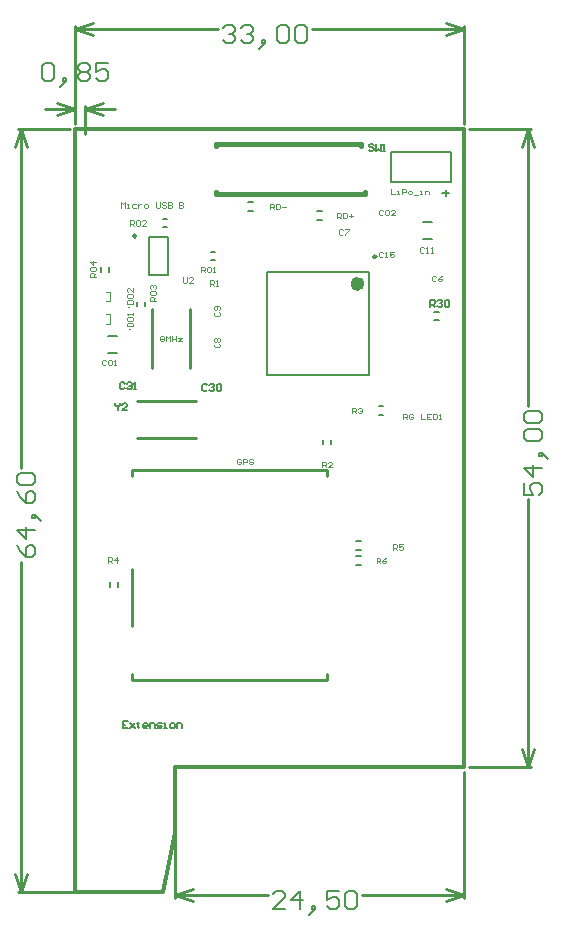
<source format=gto>
%FSLAX25Y25*%
%MOIN*%
G70*
G01*
G75*
G04 Layer_Color=65535*
%ADD10R,0.02756X0.03543*%
%ADD11R,0.06693X0.09449*%
%ADD12O,0.06693X0.01181*%
%ADD13O,0.06890X0.02165*%
%ADD14O,0.02165X0.06890*%
%ADD15R,0.15748X0.15748*%
%ADD16R,0.07874X0.15748*%
%ADD17R,0.03543X0.02756*%
%ADD18R,0.01575X0.05315*%
%ADD19R,0.05512X0.05512*%
%ADD20R,0.04724X0.03543*%
%ADD21R,0.05000X0.05000*%
%ADD22R,0.03937X0.05512*%
%ADD23R,0.03150X0.03543*%
%ADD24R,0.04331X0.06693*%
%ADD25R,0.03543X0.03150*%
%ADD26R,0.09449X0.06693*%
%ADD27C,0.01575*%
%ADD28C,0.01181*%
%ADD29C,0.01378*%
%ADD30C,0.00984*%
%ADD31C,0.01000*%
%ADD32C,0.00600*%
%ADD33C,0.07874*%
%ADD34O,0.05906X0.07874*%
%ADD35O,0.03937X0.06693*%
%ADD36R,0.05906X0.05906*%
%ADD37C,0.05906*%
%ADD38C,0.12598*%
%ADD39R,0.04724X0.15748*%
%ADD40C,0.03150*%
%ADD41C,0.01969*%
%ADD42C,0.04724*%
%ADD43O,0.01378X0.06693*%
%ADD44O,0.02756X0.01772*%
%ADD45R,0.05906X0.09449*%
%ADD46R,0.07677X0.10827*%
%ADD47R,0.11811X0.08268*%
%ADD48R,0.06299X0.03150*%
%ADD49O,0.02362X0.06693*%
%ADD50R,0.05001X0.01969*%
%ADD51R,0.01969X0.04801*%
%ADD52O,0.01969X0.00984*%
%ADD53O,0.00984X0.03937*%
%ADD54R,0.06496X0.09449*%
%ADD55R,0.04000X0.06000*%
%ADD56R,0.06000X0.04000*%
%ADD57C,0.03150*%
%ADD58C,0.02362*%
%ADD59C,0.00787*%
%ADD60C,0.00394*%
%ADD61C,0.00800*%
%ADD62C,0.00591*%
D27*
X82677Y264000D02*
X112000D01*
X119000D02*
X132287D01*
X82681Y264035D02*
Y264681D01*
X132287Y264035D02*
Y264787D01*
X130713Y280213D02*
Y280965D01*
X82681Y280181D02*
Y280965D01*
Y264035D02*
X132287D01*
X82681Y280965D02*
X130713D01*
D28*
X68898Y51181D02*
Y73228D01*
X165354D01*
X64961Y31496D02*
X68898Y51181D01*
X35433Y31496D02*
Y285827D01*
X165354D01*
Y73228D02*
Y285827D01*
X35433Y31496D02*
X64961D01*
D30*
X55921Y250193D02*
G03*
X55921Y250193I-492J0D01*
G01*
X135988Y243244D02*
G03*
X135988Y243244I-492J0D01*
G01*
D31*
X56157Y182701D02*
X75842D01*
X56157Y195299D02*
X75842D01*
X119500Y102000D02*
Y104000D01*
X54500Y102000D02*
X119500D01*
X54500D02*
Y104000D01*
Y120000D02*
Y139000D01*
X119500Y170000D02*
Y172000D01*
X54500D02*
X119500D01*
X54500Y170000D02*
Y172000D01*
X61201Y206157D02*
Y225842D01*
X73799Y206157D02*
Y225842D01*
X165354Y287417D02*
Y320000D01*
X35433Y287417D02*
Y320000D01*
X114389Y319000D02*
X165354D01*
X35433D02*
X83198D01*
X159354Y321000D02*
X165354Y319000D01*
X159354Y317000D02*
X165354Y319000D01*
X35433D02*
X41433Y317000D01*
X35433Y319000D02*
X41433Y321000D01*
X166945Y73228D02*
X187500D01*
X166945Y285827D02*
X187500D01*
X186500Y73228D02*
Y162332D01*
Y193523D02*
Y285827D01*
Y73228D02*
X188500Y79228D01*
X184500D02*
X186500Y73228D01*
X184500Y279827D02*
X186500Y285827D01*
X188500Y279827D01*
X16500Y31496D02*
X63370D01*
X16500Y285827D02*
X33843D01*
X17500Y31496D02*
Y141466D01*
Y172657D02*
Y285827D01*
Y31496D02*
X19500Y37496D01*
X15500D02*
X17500Y31496D01*
X15500Y279827D02*
X17500Y285827D01*
X19500Y279827D01*
X165354Y29500D02*
Y71638D01*
X68898Y29500D02*
Y71638D01*
X131122Y30500D02*
X165354D01*
X68898D02*
X99931D01*
X159354Y32500D02*
X165354Y30500D01*
X159354Y28500D02*
X165354Y30500D01*
X68898D02*
X74898Y28500D01*
X68898Y30500D02*
X74898Y32500D01*
X38780Y284071D02*
Y293500D01*
X35433Y287417D02*
Y293500D01*
X25433Y292500D02*
X35433D01*
X38780D02*
X48779D01*
X29433Y294500D02*
X35433Y292500D01*
X29433Y290500D02*
X35433Y292500D01*
X38780D02*
X44780Y290500D01*
X38780Y292500D02*
X44780Y294500D01*
D32*
X84798Y319400D02*
X85798Y320399D01*
X87797D01*
X88797Y319400D01*
Y318400D01*
X87797Y317400D01*
X86798D01*
X87797D01*
X88797Y316401D01*
Y315401D01*
X87797Y314401D01*
X85798D01*
X84798Y315401D01*
X90796Y319400D02*
X91796Y320399D01*
X93795D01*
X94795Y319400D01*
Y318400D01*
X93795Y317400D01*
X92796D01*
X93795D01*
X94795Y316401D01*
Y315401D01*
X93795Y314401D01*
X91796D01*
X90796Y315401D01*
X97794Y313402D02*
X98794Y314401D01*
Y315401D01*
X97794D01*
Y314401D01*
X98794D01*
X97794Y313402D01*
X96794Y312402D01*
X102792Y319400D02*
X103792Y320399D01*
X105791D01*
X106791Y319400D01*
Y315401D01*
X105791Y314401D01*
X103792D01*
X102792Y315401D01*
Y319400D01*
X108791D02*
X109790Y320399D01*
X111790D01*
X112789Y319400D01*
Y315401D01*
X111790Y314401D01*
X109790D01*
X108791Y315401D01*
Y319400D01*
X185101Y167931D02*
Y163932D01*
X188100D01*
X187100Y165931D01*
Y166931D01*
X188100Y167931D01*
X190099D01*
X191099Y166931D01*
Y164932D01*
X190099Y163932D01*
X191099Y172929D02*
X185101D01*
X188100Y169930D01*
Y173929D01*
X192098Y176928D02*
X191099Y177927D01*
X190099D01*
Y176928D01*
X191099D01*
Y177927D01*
X192098Y176928D01*
X193098Y175928D01*
X186100Y181926D02*
X185101Y182926D01*
Y184925D01*
X186100Y185925D01*
X190099D01*
X191099Y184925D01*
Y182926D01*
X190099Y181926D01*
X186100D01*
Y187924D02*
X185101Y188924D01*
Y190923D01*
X186100Y191923D01*
X190099D01*
X191099Y190923D01*
Y188924D01*
X190099Y187924D01*
X186100D01*
X16101Y147065D02*
X17100Y145065D01*
X19100Y143066D01*
X21099D01*
X22099Y144066D01*
Y146065D01*
X21099Y147065D01*
X20099D01*
X19100Y146065D01*
Y143066D01*
X22099Y152063D02*
X16101D01*
X19100Y149064D01*
Y153063D01*
X23098Y156062D02*
X22099Y157061D01*
X21099D01*
Y156062D01*
X22099D01*
Y157061D01*
X23098Y156062D01*
X24098Y155062D01*
X16101Y165059D02*
X17100Y163059D01*
X19100Y161060D01*
X21099D01*
X22099Y162060D01*
Y164059D01*
X21099Y165059D01*
X20099D01*
X19100Y164059D01*
Y161060D01*
X17100Y167058D02*
X16101Y168058D01*
Y170057D01*
X17100Y171057D01*
X21099D01*
X22099Y170057D01*
Y168058D01*
X21099Y167058D01*
X17100D01*
X105529Y25901D02*
X101531D01*
X105529Y29900D01*
Y30900D01*
X104530Y31899D01*
X102530D01*
X101531Y30900D01*
X110528Y25901D02*
Y31899D01*
X107529Y28900D01*
X111527D01*
X114526Y24902D02*
X115526Y25901D01*
Y26901D01*
X114526D01*
Y25901D01*
X115526D01*
X114526Y24902D01*
X113527Y23902D01*
X123523Y31899D02*
X119525D01*
Y28900D01*
X121524Y29900D01*
X122524D01*
X123523Y28900D01*
Y26901D01*
X122524Y25901D01*
X120524D01*
X119525Y26901D01*
X125523Y30900D02*
X126522Y31899D01*
X128522D01*
X129522Y30900D01*
Y26901D01*
X128522Y25901D01*
X126522D01*
X125523Y26901D01*
Y30900D01*
X24510Y306696D02*
X25510Y307696D01*
X27509D01*
X28509Y306696D01*
Y302697D01*
X27509Y301697D01*
X25510D01*
X24510Y302697D01*
Y306696D01*
X31508Y300698D02*
X32507Y301697D01*
Y302697D01*
X31508D01*
Y301697D01*
X32507D01*
X31508Y300698D01*
X30508Y299698D01*
X36506Y306696D02*
X37506Y307696D01*
X39505D01*
X40505Y306696D01*
Y305696D01*
X39505Y304696D01*
X40505Y303697D01*
Y302697D01*
X39505Y301697D01*
X37506D01*
X36506Y302697D01*
Y303697D01*
X37506Y304696D01*
X36506Y305696D01*
Y306696D01*
X37506Y304696D02*
X39505D01*
X46503Y307696D02*
X42504D01*
Y304696D01*
X44503Y305696D01*
X45503D01*
X46503Y304696D01*
Y302697D01*
X45503Y301697D01*
X43504D01*
X42504Y302697D01*
D58*
X130870Y234189D02*
G03*
X130870Y234189I-1181J0D01*
G01*
D59*
X155213Y224878D02*
X156787D01*
X155213Y222122D02*
X156787D01*
X60350Y237201D02*
X66650D01*
X60350Y249799D02*
X66650D01*
Y237201D02*
Y249799D01*
X60350Y237201D02*
Y249799D01*
X99374Y203874D02*
Y238126D01*
X133626Y203874D02*
Y238126D01*
X99374Y203874D02*
X133626D01*
X99374Y238126D02*
X133626D01*
X93213Y258622D02*
X94787D01*
X93213Y261378D02*
X94787D01*
X116205Y255622D02*
X117780D01*
X116205Y258378D02*
X117780D01*
X129213Y145622D02*
X130787D01*
X129213Y148378D02*
X130787D01*
X129213Y140622D02*
X130787D01*
X129213Y143378D02*
X130787D01*
X47114Y133213D02*
Y134787D01*
X49870Y133213D02*
Y134787D01*
X46878Y238213D02*
Y239787D01*
X44122Y238213D02*
Y239787D01*
X136713Y190622D02*
X138287D01*
X136713Y193378D02*
X138287D01*
X58878Y226713D02*
Y228287D01*
X56122Y226713D02*
Y228287D01*
X118122Y180713D02*
Y182287D01*
X120878Y180713D02*
Y182287D01*
X64713Y255878D02*
X66287D01*
X64713Y253122D02*
X66287D01*
X80713Y242122D02*
X82287D01*
X80713Y244878D02*
X82287D01*
X161000Y268000D02*
Y278000D01*
X141000Y268000D02*
X161000D01*
X141000D02*
Y278000D01*
X161000D01*
X151425Y249047D02*
X154575D01*
X151425Y254953D02*
X154575D01*
X46425Y216953D02*
X49575D01*
X46425Y211047D02*
X49575D01*
X158000Y264574D02*
X160099D01*
X159049Y265624D02*
Y263525D01*
D60*
X46008Y228425D02*
X47091D01*
Y231575D01*
X46008D02*
X47091D01*
X45965Y220925D02*
X47047D01*
Y224075D01*
X45965D02*
X47047D01*
X64000Y216640D02*
X64328Y216968D01*
X64984D01*
X65312Y216640D01*
Y216312D01*
X64984Y215984D01*
X65312Y215656D01*
Y215328D01*
X64984Y215000D01*
X64328D01*
X64000Y215328D01*
Y215656D01*
X64328Y215984D01*
X64000Y216312D01*
Y216640D01*
X64328Y215984D02*
X64984D01*
X65968Y215000D02*
Y216968D01*
X66624Y216312D01*
X67280Y216968D01*
Y215000D01*
X67936Y216968D02*
Y215000D01*
Y215984D01*
X69248D01*
Y216968D01*
Y215000D01*
X69904Y216312D02*
X71215D01*
X69904Y215000D01*
X71215D01*
X45812Y208640D02*
X45484Y208968D01*
X44828D01*
X44500Y208640D01*
Y207328D01*
X44828Y207000D01*
X45484D01*
X45812Y207328D01*
X46468Y208640D02*
X46796Y208968D01*
X47452D01*
X47780Y208640D01*
Y207328D01*
X47452Y207000D01*
X46796D01*
X46468Y207328D01*
Y208640D01*
X48436Y207000D02*
X49092D01*
X48764D01*
Y208968D01*
X48436Y208640D01*
X138312Y258640D02*
X137984Y258968D01*
X137328D01*
X137000Y258640D01*
Y257328D01*
X137328Y257000D01*
X137984D01*
X138312Y257328D01*
X138968Y258640D02*
X139296Y258968D01*
X139952D01*
X140280Y258640D01*
Y257328D01*
X139952Y257000D01*
X139296D01*
X138968Y257328D01*
Y258640D01*
X142248Y257000D02*
X140936D01*
X142248Y258312D01*
Y258640D01*
X141920Y258968D01*
X141264D01*
X140936Y258640D01*
X155812Y236640D02*
X155484Y236968D01*
X154828D01*
X154500Y236640D01*
Y235328D01*
X154828Y235000D01*
X155484D01*
X155812Y235328D01*
X157780Y236968D02*
X157124Y236640D01*
X156468Y235984D01*
Y235328D01*
X156796Y235000D01*
X157452D01*
X157780Y235328D01*
Y235656D01*
X157452Y235984D01*
X156468D01*
X124812Y252140D02*
X124484Y252468D01*
X123828D01*
X123500Y252140D01*
Y250828D01*
X123828Y250500D01*
X124484D01*
X124812Y250828D01*
X125468Y252468D02*
X126780D01*
Y252140D01*
X125468Y250828D01*
Y250500D01*
X82360Y214312D02*
X82032Y213984D01*
Y213328D01*
X82360Y213000D01*
X83672D01*
X84000Y213328D01*
Y213984D01*
X83672Y214312D01*
X82360Y214968D02*
X82032Y215296D01*
Y215952D01*
X82360Y216280D01*
X82688D01*
X83016Y215952D01*
X83344Y216280D01*
X83672D01*
X84000Y215952D01*
Y215296D01*
X83672Y214968D01*
X83344D01*
X83016Y215296D01*
X82688Y214968D01*
X82360D01*
X83016Y215296D02*
Y215952D01*
X82210Y224961D02*
X81883Y224634D01*
Y223978D01*
X82210Y223650D01*
X83522D01*
X83850Y223978D01*
Y224634D01*
X83522Y224961D01*
Y225618D02*
X83850Y225945D01*
Y226601D01*
X83522Y226929D01*
X82210D01*
X81883Y226601D01*
Y225945D01*
X82210Y225618D01*
X82538D01*
X82867Y225945D01*
Y226929D01*
X151812Y246140D02*
X151484Y246468D01*
X150828D01*
X150500Y246140D01*
Y244828D01*
X150828Y244500D01*
X151484D01*
X151812Y244828D01*
X152468Y244500D02*
X153124D01*
X152796D01*
Y246468D01*
X152468Y246140D01*
X154108Y244500D02*
X154764D01*
X154436D01*
Y246468D01*
X154108Y246140D01*
X138312Y244640D02*
X137984Y244968D01*
X137328D01*
X137000Y244640D01*
Y243328D01*
X137328Y243000D01*
X137984D01*
X138312Y243328D01*
X138968Y243000D02*
X139624D01*
X139296D01*
Y244968D01*
X138968Y244640D01*
X141920Y244968D02*
X140608D01*
Y243984D01*
X141264Y244312D01*
X141592D01*
X141920Y243984D01*
Y243328D01*
X141592Y243000D01*
X140936D01*
X140608Y243328D01*
X53032Y220000D02*
X55000D01*
Y220984D01*
X54672Y221312D01*
X53360D01*
X53032Y220984D01*
Y220000D01*
X53360Y221968D02*
X53032Y222296D01*
Y222952D01*
X53360Y223280D01*
X54672D01*
X55000Y222952D01*
Y222296D01*
X54672Y221968D01*
X53360D01*
X55000Y223936D02*
Y224592D01*
Y224264D01*
X53032D01*
X53360Y223936D01*
X53032Y227500D02*
X55000D01*
Y228484D01*
X54672Y228812D01*
X53360D01*
X53032Y228484D01*
Y227500D01*
X53360Y229468D02*
X53032Y229796D01*
Y230452D01*
X53360Y230780D01*
X54672D01*
X55000Y230452D01*
Y229796D01*
X54672Y229468D01*
X53360D01*
X55000Y232748D02*
Y231436D01*
X53688Y232748D01*
X53360D01*
X53032Y232420D01*
Y231764D01*
X53360Y231436D01*
X141000Y265968D02*
Y264000D01*
X142312D01*
X142968D02*
X143624D01*
X143296D01*
Y265312D01*
X142968D01*
X144608Y264000D02*
Y265968D01*
X145592D01*
X145920Y265640D01*
Y264984D01*
X145592Y264656D01*
X144608D01*
X146904Y264000D02*
X147559D01*
X147888Y264328D01*
Y264984D01*
X147559Y265312D01*
X146904D01*
X146576Y264984D01*
Y264328D01*
X146904Y264000D01*
X148544Y263672D02*
X149855D01*
X150511Y264000D02*
X151167D01*
X150839D01*
Y265312D01*
X150511D01*
X152151Y264000D02*
Y265312D01*
X153135D01*
X153463Y264984D01*
Y264000D01*
X51000Y259500D02*
Y261468D01*
X51656Y260812D01*
X52312Y261468D01*
Y259500D01*
X52968D02*
X53624D01*
X53296D01*
Y260812D01*
X52968D01*
X55920D02*
X54936D01*
X54608Y260484D01*
Y259828D01*
X54936Y259500D01*
X55920D01*
X56576Y260812D02*
Y259500D01*
Y260156D01*
X56904Y260484D01*
X57232Y260812D01*
X57560D01*
X58872Y259500D02*
X59527D01*
X59855Y259828D01*
Y260484D01*
X59527Y260812D01*
X58872D01*
X58543Y260484D01*
Y259828D01*
X58872Y259500D01*
X62479Y261468D02*
Y259828D01*
X62807Y259500D01*
X63463D01*
X63791Y259828D01*
Y261468D01*
X65759Y261140D02*
X65431Y261468D01*
X64775D01*
X64447Y261140D01*
Y260812D01*
X64775Y260484D01*
X65431D01*
X65759Y260156D01*
Y259828D01*
X65431Y259500D01*
X64775D01*
X64447Y259828D01*
X66415Y261468D02*
Y259500D01*
X67399D01*
X67727Y259828D01*
Y260156D01*
X67399Y260484D01*
X66415D01*
X67399D01*
X67727Y260812D01*
Y261140D01*
X67399Y261468D01*
X66415D01*
X70351D02*
Y259500D01*
X71335D01*
X71662Y259828D01*
Y260156D01*
X71335Y260484D01*
X70351D01*
X71335D01*
X71662Y260812D01*
Y261140D01*
X71335Y261468D01*
X70351D01*
X77500Y238000D02*
Y239968D01*
X78484D01*
X78812Y239640D01*
Y238984D01*
X78484Y238656D01*
X77500D01*
X78156D02*
X78812Y238000D01*
X79468Y239640D02*
X79796Y239968D01*
X80452D01*
X80780Y239640D01*
Y238328D01*
X80452Y238000D01*
X79796D01*
X79468Y238328D01*
Y239640D01*
X81436Y238000D02*
X82092D01*
X81764D01*
Y239968D01*
X81436Y239640D01*
X80500Y233500D02*
Y235468D01*
X81484D01*
X81812Y235140D01*
Y234484D01*
X81484Y234156D01*
X80500D01*
X81156D02*
X81812Y233500D01*
X82468D02*
X83124D01*
X82796D01*
Y235468D01*
X82468Y235140D01*
X54000Y253500D02*
Y255468D01*
X54984D01*
X55312Y255140D01*
Y254484D01*
X54984Y254156D01*
X54000D01*
X54656D02*
X55312Y253500D01*
X55968Y255140D02*
X56296Y255468D01*
X56952D01*
X57280Y255140D01*
Y253828D01*
X56952Y253500D01*
X56296D01*
X55968Y253828D01*
Y255140D01*
X59248Y253500D02*
X57936D01*
X59248Y254812D01*
Y255140D01*
X58920Y255468D01*
X58264D01*
X57936Y255140D01*
X62500Y228500D02*
X60532D01*
Y229484D01*
X60860Y229812D01*
X61516D01*
X61844Y229484D01*
Y228500D01*
Y229156D02*
X62500Y229812D01*
X60860Y230468D02*
X60532Y230796D01*
Y231452D01*
X60860Y231780D01*
X62172D01*
X62500Y231452D01*
Y230796D01*
X62172Y230468D01*
X60860D01*
Y232436D02*
X60532Y232764D01*
Y233420D01*
X60860Y233748D01*
X61188D01*
X61516Y233420D01*
Y233092D01*
Y233420D01*
X61844Y233748D01*
X62172D01*
X62500Y233420D01*
Y232764D01*
X62172Y232436D01*
X42500Y236500D02*
X40532D01*
Y237484D01*
X40860Y237812D01*
X41516D01*
X41844Y237484D01*
Y236500D01*
Y237156D02*
X42500Y237812D01*
X40860Y238468D02*
X40532Y238796D01*
Y239452D01*
X40860Y239780D01*
X42172D01*
X42500Y239452D01*
Y238796D01*
X42172Y238468D01*
X40860D01*
X42500Y241420D02*
X40532D01*
X41516Y240436D01*
Y241748D01*
X46500Y141300D02*
Y143268D01*
X47484D01*
X47812Y142940D01*
Y142284D01*
X47484Y141956D01*
X46500D01*
X47156D02*
X47812Y141300D01*
X49452D02*
Y143268D01*
X48468Y142284D01*
X49780D01*
X141547Y145500D02*
Y147468D01*
X142531D01*
X142859Y147140D01*
Y146484D01*
X142531Y146156D01*
X141547D01*
X142203D02*
X142859Y145500D01*
X144827Y147468D02*
X143515D01*
Y146484D01*
X144171Y146812D01*
X144499D01*
X144827Y146484D01*
Y145828D01*
X144499Y145500D01*
X143843D01*
X143515Y145828D01*
X136047Y141000D02*
Y142968D01*
X137031D01*
X137359Y142640D01*
Y141984D01*
X137031Y141656D01*
X136047D01*
X136703D02*
X137359Y141000D01*
X139327Y142968D02*
X138671Y142640D01*
X138015Y141984D01*
Y141328D01*
X138343Y141000D01*
X138999D01*
X139327Y141328D01*
Y141656D01*
X138999Y141984D01*
X138015D01*
X123000Y255992D02*
Y257960D01*
X123984D01*
X124312Y257632D01*
Y256976D01*
X123984Y256648D01*
X123000D01*
X123656D02*
X124312Y255992D01*
X124968Y257960D02*
Y255992D01*
X125952D01*
X126280Y256320D01*
Y257632D01*
X125952Y257960D01*
X124968D01*
X126936Y256976D02*
X128248D01*
X127592Y257632D02*
Y256320D01*
X100500Y259000D02*
Y260968D01*
X101484D01*
X101812Y260640D01*
Y259984D01*
X101484Y259656D01*
X100500D01*
X101156D02*
X101812Y259000D01*
X102468Y260968D02*
Y259000D01*
X103452D01*
X103780Y259328D01*
Y260640D01*
X103452Y260968D01*
X102468D01*
X104436Y259984D02*
X105748D01*
X71500Y236468D02*
Y234828D01*
X71828Y234500D01*
X72484D01*
X72812Y234828D01*
Y236468D01*
X74780Y234500D02*
X73468D01*
X74780Y235812D01*
Y236140D01*
X74452Y236468D01*
X73796D01*
X73468Y236140D01*
X118000Y173000D02*
Y174968D01*
X118984D01*
X119312Y174640D01*
Y173984D01*
X118984Y173656D01*
X118000D01*
X118656D02*
X119312Y173000D01*
X121280D02*
X119968D01*
X121280Y174312D01*
Y174640D01*
X120952Y174968D01*
X120296D01*
X119968Y174640D01*
X128000Y191000D02*
Y192968D01*
X128984D01*
X129312Y192640D01*
Y191984D01*
X128984Y191656D01*
X128000D01*
X128656D02*
X129312Y191000D01*
X129968Y192640D02*
X130296Y192968D01*
X130952D01*
X131280Y192640D01*
Y192312D01*
X130952Y191984D01*
X130624D01*
X130952D01*
X131280Y191656D01*
Y191328D01*
X130952Y191000D01*
X130296D01*
X129968Y191328D01*
X145000Y189000D02*
Y190968D01*
X145984D01*
X146312Y190640D01*
Y189984D01*
X145984Y189656D01*
X145000D01*
X145656D02*
X146312Y189000D01*
X148280Y190640D02*
X147952Y190968D01*
X147296D01*
X146968Y190640D01*
Y189328D01*
X147296Y189000D01*
X147952D01*
X148280Y189328D01*
Y189984D01*
X147624D01*
X150904Y190968D02*
Y189000D01*
X152216D01*
X154183Y190968D02*
X152871D01*
Y189000D01*
X154183D01*
X152871Y189984D02*
X153527D01*
X154839Y190968D02*
Y189000D01*
X155823D01*
X156151Y189328D01*
Y190640D01*
X155823Y190968D01*
X154839D01*
X156807Y189000D02*
X157463D01*
X157135D01*
Y190968D01*
X156807Y190640D01*
X90812Y175640D02*
X90484Y175968D01*
X89828D01*
X89500Y175640D01*
Y174328D01*
X89828Y174000D01*
X90484D01*
X90812Y174328D01*
Y174984D01*
X90156D01*
X91468Y174000D02*
Y175968D01*
X92452D01*
X92780Y175640D01*
Y174984D01*
X92452Y174656D01*
X91468D01*
X94748Y175640D02*
X94420Y175968D01*
X93764D01*
X93436Y175640D01*
Y175312D01*
X93764Y174984D01*
X94420D01*
X94748Y174656D01*
Y174328D01*
X94420Y174000D01*
X93764D01*
X93436Y174328D01*
D61*
X53500Y226500D02*
X53500D01*
X54000Y219000D02*
X54000D01*
D62*
X135074Y280468D02*
X134681Y280861D01*
X133894D01*
X133500Y280468D01*
Y280074D01*
X133894Y279681D01*
X134681D01*
X135074Y279287D01*
Y278894D01*
X134681Y278500D01*
X133894D01*
X133500Y278894D01*
X135861Y280861D02*
Y278500D01*
X136649Y279287D01*
X137436Y278500D01*
Y280861D01*
X138223Y278500D02*
X139010D01*
X138617D01*
Y280861D01*
X138223Y280468D01*
X53074Y88464D02*
X51500D01*
Y86102D01*
X53074D01*
X51500Y87283D02*
X52287D01*
X53861Y87677D02*
X55436Y86102D01*
X54649Y86889D01*
X55436Y87677D01*
X53861Y86102D01*
X56616Y88070D02*
Y87677D01*
X56223D01*
X57010D01*
X56616D01*
Y86496D01*
X57010Y86102D01*
X59372D02*
X58584D01*
X58191Y86496D01*
Y87283D01*
X58584Y87677D01*
X59372D01*
X59765Y87283D01*
Y86889D01*
X58191D01*
X60552Y86102D02*
Y87677D01*
X61733D01*
X62126Y87283D01*
Y86102D01*
X62914D02*
X64094D01*
X64488Y86496D01*
X64094Y86889D01*
X63307D01*
X62914Y87283D01*
X63307Y87677D01*
X64488D01*
X65275Y86102D02*
X66062D01*
X65669D01*
Y87677D01*
X65275D01*
X67637Y86102D02*
X68424D01*
X68817Y86496D01*
Y87283D01*
X68424Y87677D01*
X67637D01*
X67243Y87283D01*
Y86496D01*
X67637Y86102D01*
X69604D02*
Y87677D01*
X70785D01*
X71179Y87283D01*
Y86102D01*
X49000Y194361D02*
Y193968D01*
X49787Y193181D01*
X50574Y193968D01*
Y194361D01*
X49787Y193181D02*
Y192000D01*
X52936D02*
X51361D01*
X52936Y193574D01*
Y193968D01*
X52542Y194361D01*
X51755D01*
X51361Y193968D01*
X52074Y200968D02*
X51681Y201361D01*
X50894D01*
X50500Y200968D01*
Y199394D01*
X50894Y199000D01*
X51681D01*
X52074Y199394D01*
X52861Y200968D02*
X53255Y201361D01*
X54042D01*
X54436Y200968D01*
Y200574D01*
X54042Y200181D01*
X53649D01*
X54042D01*
X54436Y199787D01*
Y199394D01*
X54042Y199000D01*
X53255D01*
X52861Y199394D01*
X55223Y199000D02*
X56010D01*
X55616D01*
Y201361D01*
X55223Y200968D01*
X79574Y200468D02*
X79181Y200861D01*
X78394D01*
X78000Y200468D01*
Y198894D01*
X78394Y198500D01*
X79181D01*
X79574Y198894D01*
X80361Y200468D02*
X80755Y200861D01*
X81542D01*
X81936Y200468D01*
Y200074D01*
X81542Y199681D01*
X81149D01*
X81542D01*
X81936Y199287D01*
Y198894D01*
X81542Y198500D01*
X80755D01*
X80361Y198894D01*
X82723Y200468D02*
X83116Y200861D01*
X83904D01*
X84297Y200468D01*
Y198894D01*
X83904Y198500D01*
X83116D01*
X82723Y198894D01*
Y200468D01*
X154000Y226500D02*
Y228861D01*
X155181D01*
X155574Y228468D01*
Y227681D01*
X155181Y227287D01*
X154000D01*
X154787D02*
X155574Y226500D01*
X156361Y228468D02*
X156755Y228861D01*
X157542D01*
X157936Y228468D01*
Y228074D01*
X157542Y227681D01*
X157149D01*
X157542D01*
X157936Y227287D01*
Y226894D01*
X157542Y226500D01*
X156755D01*
X156361Y226894D01*
X158723Y228468D02*
X159116Y228861D01*
X159904D01*
X160297Y228468D01*
Y226894D01*
X159904Y226500D01*
X159116D01*
X158723Y226894D01*
Y228468D01*
M02*

</source>
